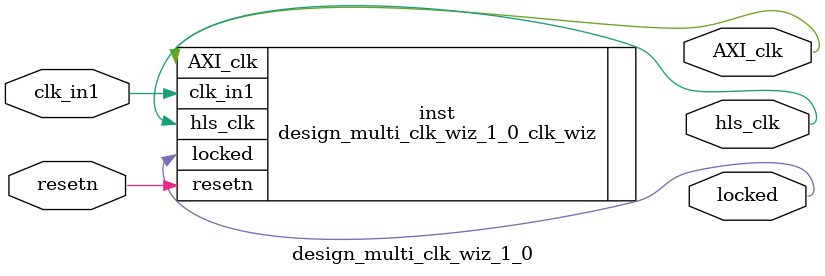
<source format=v>


`timescale 1ps/1ps

(* CORE_GENERATION_INFO = "design_multi_clk_wiz_1_0,clk_wiz_v6_0_3_0_0,{component_name=design_multi_clk_wiz_1_0,use_phase_alignment=true,use_min_o_jitter=false,use_max_i_jitter=false,use_dyn_phase_shift=false,use_inclk_switchover=false,use_dyn_reconfig=false,enable_axi=0,feedback_source=FDBK_AUTO,PRIMITIVE=MMCM,num_out_clk=2,clkin1_period=10.000,clkin2_period=10.000,use_power_down=false,use_reset=true,use_locked=true,use_inclk_stopped=false,feedback_type=SINGLE,CLOCK_MGR_TYPE=NA,manual_override=false}" *)

module design_multi_clk_wiz_1_0 
 (
  // Clock out ports
  output        AXI_clk,
  output        hls_clk,
  // Status and control signals
  input         resetn,
  output        locked,
 // Clock in ports
  input         clk_in1
 );

  design_multi_clk_wiz_1_0_clk_wiz inst
  (
  // Clock out ports  
  .AXI_clk(AXI_clk),
  .hls_clk(hls_clk),
  // Status and control signals               
  .resetn(resetn), 
  .locked(locked),
 // Clock in ports
  .clk_in1(clk_in1)
  );

endmodule

</source>
